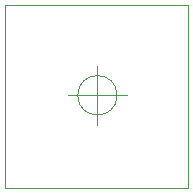
<source format=gbr>
%TF.GenerationSoftware,KiCad,Pcbnew,5.1.9*%
%TF.CreationDate,2021-03-15T11:21:12+01:00*%
%TF.ProjectId,keycap,6b657963-6170-42e6-9b69-6361645f7063,rev?*%
%TF.SameCoordinates,Original*%
%TF.FileFunction,Profile,NP*%
%FSLAX46Y46*%
G04 Gerber Fmt 4.6, Leading zero omitted, Abs format (unit mm)*
G04 Created by KiCad (PCBNEW 5.1.9) date 2021-03-15 11:21:12*
%MOMM*%
%LPD*%
G01*
G04 APERTURE LIST*
%TA.AperFunction,Profile*%
%ADD10C,0.100000*%
%TD*%
%TA.AperFunction,Profile*%
%ADD11C,0.050000*%
%TD*%
G04 APERTURE END LIST*
D10*
X113449240Y-98965360D02*
X128920240Y-98958400D01*
X128920240Y-98958400D02*
X128915160Y-114442240D01*
D11*
X122926266Y-106608880D02*
G75*
G03*
X122926266Y-106608880I-1666666J0D01*
G01*
X118759600Y-106608880D02*
X123759600Y-106608880D01*
X121259600Y-104108880D02*
X121259600Y-109108880D01*
D10*
X128915160Y-114442240D02*
X113449240Y-114440360D01*
X113449240Y-114440360D02*
X113449240Y-98965360D01*
M02*

</source>
